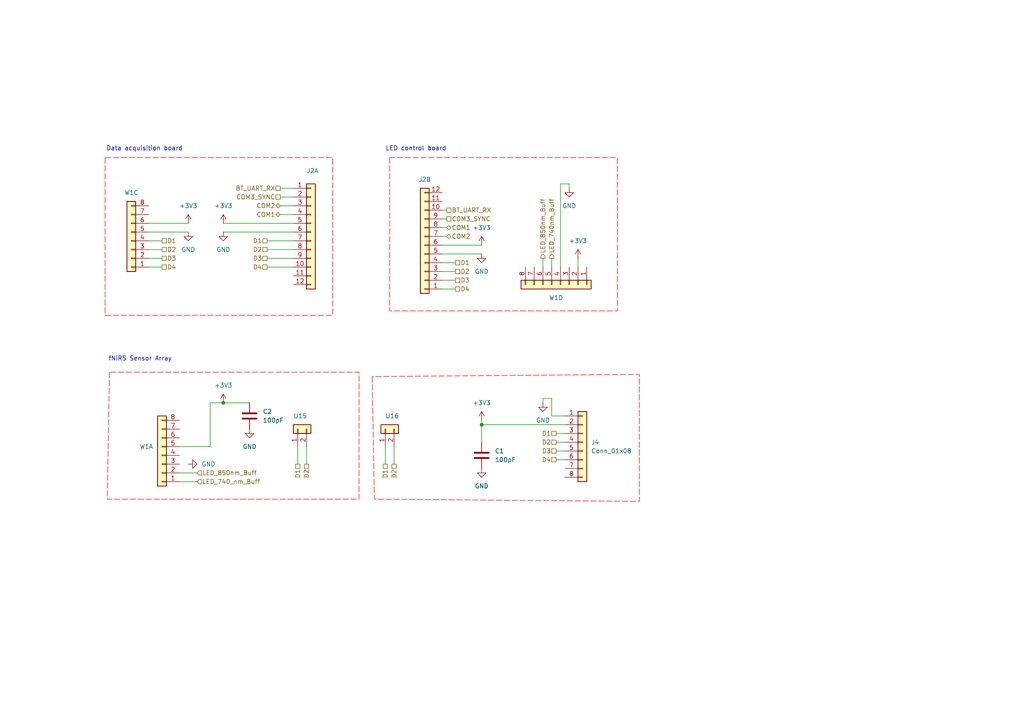
<source format=kicad_sch>
(kicad_sch (version 20250114) (generator "eeschema") (generator_version "9.0")
  (paper "A4")
  (lib_symbols
    (symbol "Connector_Generic:Conn_01x02" (pin_names (offset 1.016) (hide yes))
      (property "Reference" "J" (at 0 2.54 0))
      (property "Value" "Conn_01x02" (at 0 -5.08 0))
      (symbol "Conn_01x02_1_1"
        (rectangle (start -1.27 1.27) (end 1.27 -3.81) (stroke (width 0.254)) (fill (type background)))
        (rectangle (start -1.27 0.127) (end 0 -0.127) (stroke (width 0.1524)))
        (rectangle (start -1.27 -2.413) (end 0 -2.667) (stroke (width 0.1524)))
        (pin passive line (at -5.08 0 0) (length 3.81) (name "Pin_1") (number "1"))
        (pin passive line (at -5.08 -2.54 0) (length 3.81) (name "Pin_2") (number "2"))
      )
    )
    (symbol "Connector_Generic:Conn_01x08" (pin_names (offset 1.016) (hide yes))
      (property "Reference" "J" (at 0 10.16 0))
      (property "Value" "Conn_01x08" (at 0 -12.7 0))
      (symbol "Conn_01x08_1_1"
        (rectangle (start -1.27 8.89) (end 1.27 -11.43) (stroke (width 0.254)) (fill (type background)))
        (rectangle (start -1.27 7.747) (end 0 7.493) (stroke (width 0.1524)))
        (rectangle (start -1.27 5.207) (end 0 4.953) (stroke (width 0.1524)))
        (rectangle (start -1.27 2.667) (end 0 2.413) (stroke (width 0.1524)))
        (rectangle (start -1.27 0.127) (end 0 -0.127) (stroke (width 0.1524)))
        (rectangle (start -1.27 -2.413) (end 0 -2.667) (stroke (width 0.1524)))
        (rectangle (start -1.27 -4.953) (end 0 -5.207) (stroke (width 0.1524)))
        (rectangle (start -1.27 -7.493) (end 0 -7.747) (stroke (width 0.1524)))
        (rectangle (start -1.27 -10.033) (end 0 -10.287) (stroke (width 0.1524)))
        (pin passive line (at -5.08 7.62 0) (length 3.81) (name "Pin_1") (number "1"))
        (pin passive line (at -5.08 5.08 0) (length 3.81) (name "Pin_2") (number "2"))
        (pin passive line (at -5.08 2.54 0) (length 3.81) (name "Pin_3") (number "3"))
        (pin passive line (at -5.08 0 0) (length 3.81) (name "Pin_4") (number "4"))
        (pin passive line (at -5.08 -2.54 0) (length 3.81) (name "Pin_5") (number "5"))
        (pin passive line (at -5.08 -5.08 0) (length 3.81) (name "Pin_6") (number "6"))
        (pin passive line (at -5.08 -7.62 0) (length 3.81) (name "Pin_7") (number "7"))
        (pin passive line (at -5.08 -10.16 0) (length 3.81) (name "Pin_8") (number "8"))
      )
    )
    (symbol "Connector_Generic:Conn_01x12" (pin_names (offset 1.016) (hide yes))
      (property "Reference" "J" (at 0 15.24 0))
      (property "Value" "Conn_01x12" (at 0 -17.78 0))
      (symbol "Conn_01x12_1_1"
        (rectangle (start -1.27 13.97) (end 1.27 -16.51) (stroke (width 0.254)) (fill (type background)))
        (rectangle (start -1.27 12.827) (end 0 12.573) (stroke (width 0.1524)))
        (rectangle (start -1.27 10.287) (end 0 10.033) (stroke (width 0.1524)))
        (rectangle (start -1.27 7.747) (end 0 7.493) (stroke (width 0.1524)))
        (rectangle (start -1.27 5.207) (end 0 4.953) (stroke (width 0.1524)))
        (rectangle (start -1.27 2.667) (end 0 2.413) (stroke (width 0.1524)))
        (rectangle (start -1.27 0.127) (end 0 -0.127) (stroke (width 0.1524)))
        (rectangle (start -1.27 -2.413) (end 0 -2.667) (stroke (width 0.1524)))
        (rectangle (start -1.27 -4.953) (end 0 -5.207) (stroke (width 0.1524)))
        (rectangle (start -1.27 -7.493) (end 0 -7.747) (stroke (width 0.1524)))
        (rectangle (start -1.27 -10.033) (end 0 -10.287) (stroke (width 0.1524)))
        (rectangle (start -1.27 -12.573) (end 0 -12.827) (stroke (width 0.1524)))
        (rectangle (start -1.27 -15.113) (end 0 -15.367) (stroke (width 0.1524)))
        (pin passive line (at -5.08 12.7 0) (length 3.81) (name "Pin_1") (number "1"))
        (pin passive line (at -5.08 10.16 0) (length 3.81) (name "Pin_2") (number "2"))
        (pin passive line (at -5.08 7.62 0) (length 3.81) (name "Pin_3") (number "3"))
        (pin passive line (at -5.08 5.08 0) (length 3.81) (name "Pin_4") (number "4"))
        (pin passive line (at -5.08 2.54 0) (length 3.81) (name "Pin_5") (number "5"))
        (pin passive line (at -5.08 0 0) (length 3.81) (name "Pin_6") (number "6"))
        (pin passive line (at -5.08 -2.54 0) (length 3.81) (name "Pin_7") (number "7"))
        (pin passive line (at -5.08 -5.08 0) (length 3.81) (name "Pin_8") (number "8"))
        (pin passive line (at -5.08 -7.62 0) (length 3.81) (name "Pin_9") (number "9"))
        (pin passive line (at -5.08 -10.16 0) (length 3.81) (name "Pin_10") (number "10"))
        (pin passive line (at -5.08 -12.7 0) (length 3.81) (name "Pin_11") (number "11"))
        (pin passive line (at -5.08 -15.24 0) (length 3.81) (name "Pin_12") (number "12"))
      )
    )
    (symbol "Device:C" (pin_numbers (hide yes)) (pin_names (offset 0.254))
      (property "Reference" "C" (at 0.635 2.54 0))
      (property "Value" "C" (at 0.635 -2.54 0))
      (symbol "C_0_1"
        (polyline (pts (xy -2.032 0.762) (xy 2.032 0.762)) (stroke (width 0.508)))
        (polyline (pts (xy -2.032 -0.762) (xy 2.032 -0.762)) (stroke (width 0.508)))
      )
      (symbol "C_1_1"
        (pin passive line (at 0 3.81 270) (length 2.794) (name "~") (number "1"))
        (pin passive line (at 0 -3.81 90) (length 2.794) (name "~") (number "2"))
      )
    )
    (symbol "power:+3V3" (power) (pin_numbers (hide yes)) (pin_names (offset 0) (hide yes))
      (property "Value" "+3V3" (at 0 3.556 0))
      (symbol "+3V3_0_1"
        (polyline (pts (xy -0.762 1.27) (xy 0 2.54)))
        (polyline (pts (xy 0 2.54) (xy 0.762 1.27)))
        (polyline (pts (xy 0 0) (xy 0 2.54)))
      )
      (symbol "+3V3_1_1"
        (pin power_in line (at 0 0 90) (length 0) (name "~") (number "1"))
      )
    )
    (symbol "power:GND" (power) (pin_numbers (hide yes)) (pin_names (offset 0) (hide yes))
      (property "Value" "GND" (at 0 -3.81 0))
      (symbol "GND_0_1"
        (polyline (pts (xy 0 0) (xy 0 -1.27) (xy 1.27 -1.27) (xy 0 -2.54) (xy -1.27 -1.27) (xy 0 -1.27)))
      )
      (symbol "GND_1_1"
        (pin power_in line (at 0 0 270) (length 0) (name "~") (number "1"))
      )
    )
  )
  (text "fNiRS Sensor Array" (at 40.64 104.14 0) (effects (font (size 1.27 1.27))))
  (text "LED control board" (at 120.65 43.18 0) (effects (font (size 1.27 1.27))))
  (text "Data acquisition board" (at 41.91 43.18 0) (effects (font (size 1.27 1.27))))
  (junction (at 64.77 116.84))
  (junction (at 139.7 123.19))
  (wire (pts (xy 64.77 64.77) (xy 85.09 64.77)))
  (wire (pts (xy 114.3 129.54) (xy 114.3 134.62)))
  (wire (pts (xy 157.48 115.57) (xy 157.48 116.84)))
  (wire (pts (xy 77.47 77.47) (xy 85.09 77.47)))
  (wire (pts (xy 128.27 71.12) (xy 139.7 71.12)))
  (wire (pts (xy 157.48 74.93) (xy 157.48 77.47)))
  (wire (pts (xy 162.56 53.34) (xy 165.1 53.34)))
  (wire (pts (xy 64.77 67.31) (xy 85.09 67.31)))
  (wire (pts (xy 128.27 81.28) (xy 132.08 81.28)))
  (wire (pts (xy 128.27 73.66) (xy 139.7 73.66)))
  (wire (pts (xy 86.36 129.54) (xy 86.36 134.62)))
  (wire (pts (xy 64.77 116.84) (xy 72.39 116.84)))
  (wire (pts (xy 81.28 54.61) (xy 85.09 54.61)))
  (wire (pts (xy 111.76 129.54) (xy 111.76 134.62)))
  (wire (pts (xy 43.18 67.31) (xy 54.61 67.31)))
  (wire (pts (xy 128.27 60.96) (xy 129.54 60.96)))
  (wire (pts (xy 43.18 77.47) (xy 46.99 77.47)))
  (wire (pts (xy 167.64 74.93) (xy 167.64 77.47)))
  (wire (pts (xy 157.48 115.57) (xy 160.02 115.57)))
  (wire (pts (xy 43.18 72.39) (xy 46.99 72.39)))
  (wire (pts (xy 160.02 74.93) (xy 160.02 77.47)))
  (wire (pts (xy 77.47 72.39) (xy 85.09 72.39)))
  (wire (pts (xy 43.18 69.85) (xy 46.99 69.85)))
  (wire (pts (xy 81.28 62.23) (xy 85.09 62.23)))
  (wire (pts (xy 60.96 116.84) (xy 60.96 129.54)))
  (wire (pts (xy 160.02 115.57) (xy 160.02 120.65)))
  (wire (pts (xy 77.47 74.93) (xy 85.09 74.93)))
  (wire (pts (xy 52.07 137.16) (xy 57.15 137.16)))
  (wire (pts (xy 165.1 53.34) (xy 165.1 54.61)))
  (wire (pts (xy 60.96 116.84) (xy 64.77 116.84)))
  (wire (pts (xy 161.29 133.35) (xy 163.83 133.35)))
  (wire (pts (xy 128.27 76.2) (xy 132.08 76.2)))
  (wire (pts (xy 128.27 63.5) (xy 129.54 63.5)))
  (wire (pts (xy 88.9 129.54) (xy 88.9 134.62)))
  (wire (pts (xy 52.07 129.54) (xy 60.96 129.54)))
  (wire (pts (xy 139.7 121.92) (xy 139.7 123.19)))
  (wire (pts (xy 139.7 123.19) (xy 163.83 123.19)))
  (wire (pts (xy 160.02 120.65) (xy 163.83 120.65)))
  (wire (pts (xy 128.27 66.04) (xy 129.54 66.04)))
  (wire (pts (xy 128.27 78.74) (xy 132.08 78.74)))
  (wire (pts (xy 43.18 74.93) (xy 46.99 74.93)))
  (wire (pts (xy 128.27 68.58) (xy 129.54 68.58)))
  (wire (pts (xy 81.28 59.69) (xy 85.09 59.69)))
  (wire (pts (xy 128.27 83.82) (xy 132.08 83.82)))
  (wire (pts (xy 161.29 125.73) (xy 163.83 125.73)))
  (wire (pts (xy 139.7 123.19) (xy 139.7 128.27)))
  (wire (pts (xy 162.56 53.34) (xy 162.56 77.47)))
  (wire (pts (xy 77.47 69.85) (xy 85.09 69.85)))
  (wire (pts (xy 43.18 64.77) (xy 54.61 64.77)))
  (wire (pts (xy 81.28 57.15) (xy 85.09 57.15)))
  (wire (pts (xy 52.07 139.7) (xy 57.15 139.7)))
  (wire (pts (xy 161.29 128.27) (xy 163.83 128.27)))
  (wire (pts (xy 161.29 130.81) (xy 163.83 130.81)))
  (hierarchical_label "LED_850nm_Buff" (shape output) (at 157.48 74.93 90))
  (hierarchical_label "COM3_SYNC" (shape passive) (at 81.28 57.15 180))
  (hierarchical_label "D1" (shape passive) (at 77.47 69.85 180))
  (hierarchical_label "D2" (shape passive) (at 161.29 128.27 180))
  (hierarchical_label "D4" (shape passive) (at 132.08 83.82 0))
  (hierarchical_label "D2" (shape passive) (at 132.08 78.74 0))
  (hierarchical_label "D1" (shape passive) (at 132.08 76.2 0))
  (hierarchical_label "BT_UART_RX" (shape passive) (at 81.28 54.61 180))
  (hierarchical_label "COM3_SYNC" (shape passive) (at 129.54 63.5 0))
  (hierarchical_label "COM1" (shape bidirectional) (at 129.54 66.04 0))
  (hierarchical_label "LED_850nm_Buff" (shape input) (at 57.15 137.16 0))
  (hierarchical_label "LED_740_nm_Buff" (shape input) (at 57.15 139.7 0))
  (hierarchical_label "D1" (shape passive) (at 111.76 134.62 270))
  (hierarchical_label "D1" (shape passive) (at 86.36 134.62 270))
  (hierarchical_label "LED_740nm_Buff" (shape output) (at 160.02 74.93 90))
  (hierarchical_label "D1" (shape passive) (at 46.99 69.85 0))
  (hierarchical_label "D3" (shape passive) (at 77.47 74.93 180))
  (hierarchical_label "D4" (shape passive) (at 77.47 77.47 180))
  (hierarchical_label "D2" (shape passive) (at 77.47 72.39 180))
  (hierarchical_label "D2" (shape passive) (at 46.99 72.39 0))
  (hierarchical_label "COM1" (shape bidirectional) (at 81.28 62.23 180))
  (hierarchical_label "COM2" (shape bidirectional) (at 129.54 68.58 0))
  (hierarchical_label "D4" (shape passive) (at 46.99 77.47 0))
  (hierarchical_label "D3" (shape passive) (at 132.08 81.28 0))
  (hierarchical_label "D3" (shape passive) (at 46.99 74.93 0))
  (hierarchical_label "BT_UART_RX" (shape passive) (at 129.54 60.96 0))
  (hierarchical_label "COM2" (shape bidirectional) (at 81.28 59.69 180))
  (hierarchical_label "D2" (shape passive) (at 88.9 134.62 270))
  (hierarchical_label "D2" (shape passive) (at 114.3 134.62 270))
  (hierarchical_label "D1" (shape passive) (at 161.29 125.73 180))
  (hierarchical_label "D4" (shape passive) (at 161.29 133.35 180))
  (hierarchical_label "D3" (shape passive) (at 161.29 130.81 180))
  (rule_area (polyline (pts (xy 113.03 45.72) (xy 113.03 90.17) (xy 179.07 90.17) (xy 179.07 45.72)) (stroke (width 0) (type dash))))
  (rule_area (polyline (pts (xy 31.75 107.95) (xy 31.115 144.78) (xy 104.14 144.78) (xy 104.14 107.95)) (stroke (width 0) (type dash))))
  (rule_area (polyline (pts (xy 30.48 45.72) (xy 30.48 91.44) (xy 96.52 91.44) (xy 96.52 45.72)) (stroke (width 0) (type dash))))
  (rule_area (polyline (pts (xy 107.95 109.22) (xy 108.585 144.78) (xy 185.42 145.415) (xy 185.42 108.585)) (stroke (width 0) (type dash))))
  (symbol (lib_id "Device:C") (at 72.39 120.65 0) (unit 1)
    (property "Reference" "C2" (at 76.2 119.3799 0) (effects (justify left)))
    (property "Value" "100pF" (at 76.2 121.9199 0) (effects (justify left)))
    (property "Description" "Unpolarized capacitor" (effects (hide yes)))
  )
  (symbol (lib_id "power:+3V3") (at 64.77 116.84 0) (unit 1)
    (property "Reference" "#PWR048" (effects (hide yes)))
    (property "Value" "+3V3" (at 64.77 111.76 0))
    (property "Description" "Power symbol creates a global label with name \"+3V3\"" (effects (hide yes)))
  )
  (symbol (lib_id "power:GND") (at 157.48 116.84 0) (unit 1)
    (property "Reference" "#PWR049" (effects (hide yes)))
    (property "Value" "GND" (at 157.48 121.92 0))
    (property "Description" "Power symbol creates a global label with name \"GND\" , ground" (effects (hide yes)))
  )
  (symbol (lib_id "power:+3V3") (at 139.7 71.12 0) (unit 1)
    (property "Reference" "#PWR055" (effects (hide yes)))
    (property "Value" "+3V3" (at 139.7 66.04 0))
    (property "Description" "Power symbol creates a global label with name \"+3V3\"" (effects (hide yes)))
  )
  (symbol (lib_id "power:GND") (at 64.77 67.31 0) (unit 1)
    (property "Reference" "#PWR059" (effects (hide yes)))
    (property "Value" "GND" (at 64.77 72.39 0))
    (property "Description" "Power symbol creates a global label with name \"GND\" , ground" (effects (hide yes)))
  )
  (symbol (lib_id "power:+3V3") (at 139.7 121.92 0) (unit 1)
    (property "Reference" "#PWR053" (effects (hide yes)))
    (property "Value" "+3V3" (at 139.7 116.84 0))
    (property "Description" "Power symbol creates a global label with name \"+3V3\"" (effects (hide yes)))
  )
  (symbol (lib_id "power:GND") (at 54.61 134.62 90) (unit 1)
    (property "Reference" "#PWR046" (effects (hide yes)))
    (property "Value" "GND" (at 58.42 134.6199 90) (effects (justify right)))
    (property "Description" "Power symbol creates a global label with name \"GND\" , ground" (effects (hide yes)))
  )
  (symbol (lib_id "power:GND") (at 139.7 73.66 0) (unit 1)
    (property "Reference" "#PWR054" (effects (hide yes)))
    (property "Value" "GND" (at 139.7 78.74 0))
    (property "Description" "Power symbol creates a global label with name \"GND\" , ground" (effects (hide yes)))
  )
  (symbol (lib_id "Connector_Generic:Conn_01x08") (at 168.91 128.27 0) (unit 1)
    (property "Reference" "J4" (at 171.45 128.2699 0) (effects (justify left)))
    (property "Value" "Conn_01x08" (at 171.45 130.8099 0) (effects (justify left)))
    (property "Description" "Generic connector, single row, 01x08, script generated (kicad-library-utils/schlib/autogen/connector/)" (effects (hide yes)))
  )
  (symbol (lib_id "Connector_Generic:Conn_01x08") (at 162.56 82.55 270) (unit 1)
    (property "Reference" "W1D" (at 161.29 86.36 90))
    (property "Value" "Conn_01x08" (effects (hide yes)))
    (property "Description" "Generic connector, single row, 01x08, script generated (kicad-library-utils/schlib/autogen/connector/)" (effects (hide yes)))
  )
  (symbol (lib_id "Device:C") (at 139.7 132.08 0) (unit 1)
    (property "Reference" "C1" (at 143.51 130.8099 0) (effects (justify left)))
    (property "Value" "100pF" (at 143.51 133.3499 0) (effects (justify left)))
    (property "Description" "Unpolarized capacitor" (effects (hide yes)))
  )
  (symbol (lib_id "Connector_Generic:Conn_01x12") (at 123.19 71.12 180) (unit 1)
    (property "Reference" "J2B" (at 123.19 52.07 0))
    (property "Value" "Conn_01x12" (effects (hide yes)))
    (property "Description" "Generic connector, single row, 01x12, script generated (kicad-library-utils/schlib/autogen/connector/)" (effects (hide yes)))
  )
  (symbol (lib_id "Connector_Generic:Conn_01x02") (at 86.36 124.46 90) (unit 1)
    (property "Reference" "U15" (at 85.09 120.65 90) (effects (justify right)))
    (property "Value" "Conn_01x02" (effects (hide yes)))
    (property "Description" "Generic connector, single row, 01x02, script generated (kicad-library-utils/schlib/autogen/connector/)" (effects (hide yes)))
  )
  (symbol (lib_id "Connector_Generic:Conn_01x08") (at 46.99 132.08 180) (unit 1)
    (property "Reference" "J3" (effects (hide yes)))
    (property "Value" "W1A" (at 44.45 129.5401 0) (effects (justify left)))
    (property "Description" "Generic connector, single row, 01x08, script generated (kicad-library-utils/schlib/autogen/connector/)" (effects (hide yes)))
  )
  (symbol (lib_id "power:GND") (at 165.1 54.61 0) (unit 1)
    (property "Reference" "#PWR051" (effects (hide yes)))
    (property "Value" "GND" (at 165.1 59.69 0))
    (property "Description" "Power symbol creates a global label with name \"GND\" , ground" (effects (hide yes)))
  )
  (symbol (lib_id "Connector_Generic:Conn_01x12") (at 90.17 67.31 0) (unit 1)
    (property "Reference" "J2A" (at 88.9 49.53 0) (effects (justify left)))
    (property "Value" "Conn_01x12" (effects (hide yes)))
    (property "Description" "Generic connector, single row, 01x12, script generated (kicad-library-utils/schlib/autogen/connector/)" (effects (hide yes)))
  )
  (symbol (lib_id "power:+3V3") (at 167.64 74.93 0) (unit 1)
    (property "Reference" "#PWR050" (effects (hide yes)))
    (property "Value" "+3V3" (at 167.64 69.85 0))
    (property "Description" "Power symbol creates a global label with name \"+3V3\"" (effects (hide yes)))
  )
  (symbol (lib_id "power:+3V3") (at 54.61 64.77 0) (unit 1)
    (property "Reference" "#PWR057" (effects (hide yes)))
    (property "Value" "+3V3" (at 54.61 59.69 0))
    (property "Description" "Power symbol creates a global label with name \"+3V3\"" (effects (hide yes)))
  )
  (symbol (lib_id "power:+3V3") (at 64.77 64.77 0) (unit 1)
    (property "Reference" "#PWR058" (effects (hide yes)))
    (property "Value" "+3V3" (at 64.77 59.69 0))
    (property "Description" "Power symbol creates a global label with name \"+3V3\"" (effects (hide yes)))
  )
  (symbol (lib_id "power:GND") (at 139.7 135.89 0) (unit 1)
    (property "Reference" "#PWR052" (effects (hide yes)))
    (property "Value" "GND" (at 139.7 140.97 0))
    (property "Description" "Power symbol creates a global label with name \"GND\" , ground" (effects (hide yes)))
  )
  (symbol (lib_id "power:GND") (at 54.61 67.31 0) (unit 1)
    (property "Reference" "#PWR056" (effects (hide yes)))
    (property "Value" "GND" (at 54.61 72.39 0))
    (property "Description" "Power symbol creates a global label with name \"GND\" , ground" (effects (hide yes)))
  )
  (symbol (lib_id "Connector_Generic:Conn_01x02") (at 111.76 124.46 90) (unit 1)
    (property "Reference" "U16" (at 111.76 120.65 90) (effects (justify right)))
    (property "Value" "Conn_01x02" (effects (hide yes)))
    (property "Description" "Generic connector, single row, 01x02, script generated (kicad-library-utils/schlib/autogen/connector/)" (effects (hide yes)))
  )
  (symbol (lib_id "power:GND") (at 72.39 124.46 0) (unit 1)
    (property "Reference" "#PWR047" (effects (hide yes)))
    (property "Value" "GND" (at 72.39 129.54 0))
    (property "Description" "Power symbol creates a global label with name \"GND\" , ground" (effects (hide yes)))
  )
  (symbol (lib_id "Connector_Generic:Conn_01x08") (at 38.1 69.85 180) (unit 1)
    (property "Reference" "W1C" (at 38.1 55.88 0))
    (property "Value" "Conn_01x08" (effects (hide yes)))
    (property "Description" "Generic connector, single row, 01x08, script generated (kicad-library-utils/schlib/autogen/connector/)" (effects (hide yes)))
  )
)
</source>
